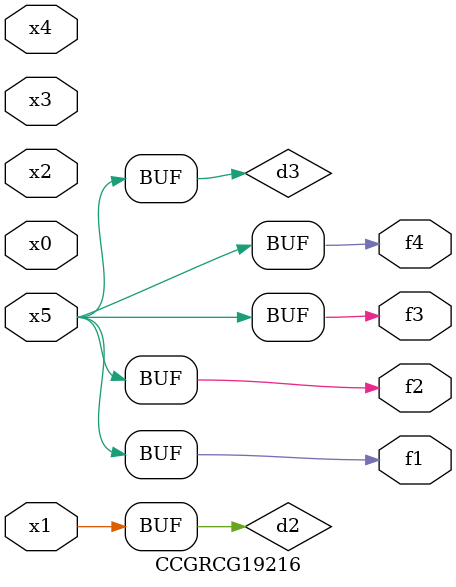
<source format=v>
module CCGRCG19216(
	input x0, x1, x2, x3, x4, x5,
	output f1, f2, f3, f4
);

	wire d1, d2, d3;

	not (d1, x5);
	or (d2, x1);
	xnor (d3, d1);
	assign f1 = d3;
	assign f2 = d3;
	assign f3 = d3;
	assign f4 = d3;
endmodule

</source>
